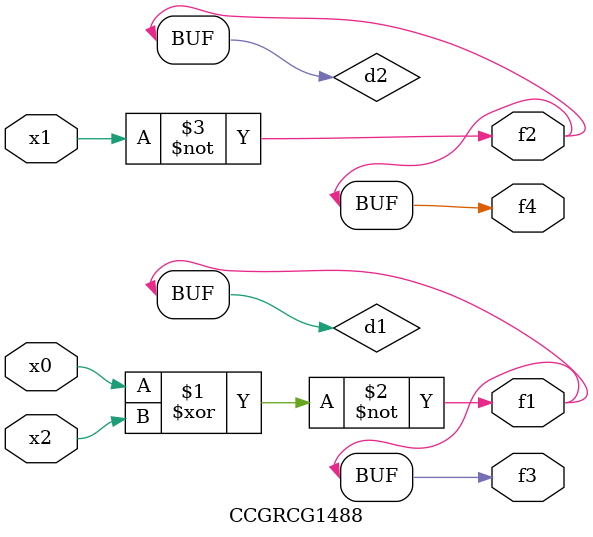
<source format=v>
module CCGRCG1488(
	input x0, x1, x2,
	output f1, f2, f3, f4
);

	wire d1, d2, d3;

	xnor (d1, x0, x2);
	nand (d2, x1);
	nor (d3, x1, x2);
	assign f1 = d1;
	assign f2 = d2;
	assign f3 = d1;
	assign f4 = d2;
endmodule

</source>
